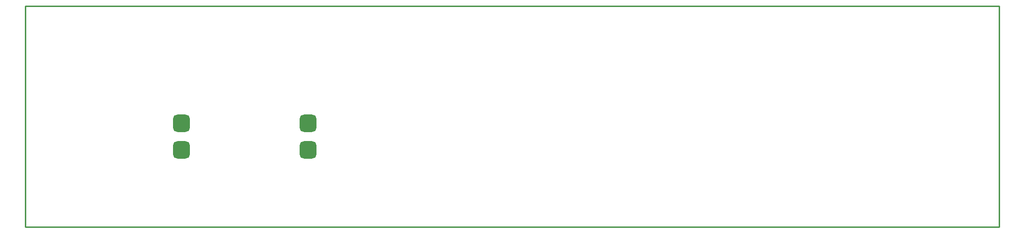
<source format=gtp>
G04 Layer_Color=8421504*
%FSLAX25Y25*%
%MOIN*%
G70*
G01*
G75*
G04:AMPARAMS|DCode=10|XSize=118.11mil|YSize=124.02mil|CornerRadius=29.53mil|HoleSize=0mil|Usage=FLASHONLY|Rotation=180.000|XOffset=0mil|YOffset=0mil|HoleType=Round|Shape=RoundedRectangle|*
%AMROUNDEDRECTD10*
21,1,0.11811,0.06496,0,0,180.0*
21,1,0.05906,0.12402,0,0,180.0*
1,1,0.05906,-0.02953,0.03248*
1,1,0.05906,0.02953,0.03248*
1,1,0.05906,0.02953,-0.03248*
1,1,0.05906,-0.02953,-0.03248*
%
%ADD10ROUNDEDRECTD10*%
%ADD11C,0.01000*%
D10*
X111300Y54851D02*
D03*
Y73749D02*
D03*
X201100Y54851D02*
D03*
Y73749D02*
D03*
D11*
X0Y0D02*
X692500D01*
X0Y157500D02*
X692500D01*
X0Y0D02*
Y157500D01*
X692500Y0D02*
Y157500D01*
M02*

</source>
